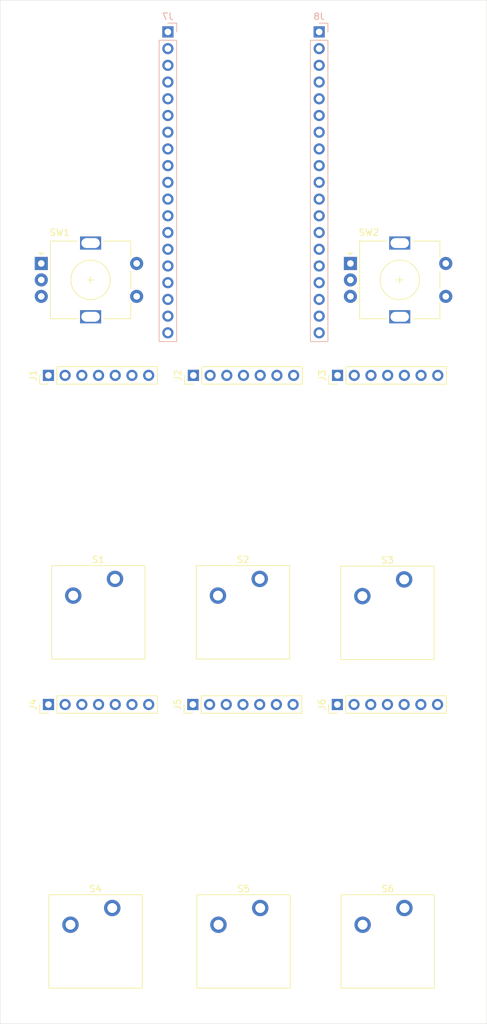
<source format=kicad_pcb>
(kicad_pcb (version 20241229) (generator "pcbnew") (generator_version "9.0")
  (layers (0 "F.Cu" signal) (2 "B.Cu" signal) (13 "F.Paste" user) (15 "B.Paste" user) (5 "F.SilkS" user "F.Silkscreen") (7 "B.SilkS" user "B.Silkscreen") (1 "F.Mask" user) (3 "B.Mask" user) (25 "Edge.Cuts" user))
  (net 0 "")
  (net 1 "Up1")
  (net 2 "Push1")
  (net 3 "Down1")
  (net 4 "GND")
  (net 5 "Down2")
  (net 6 "Up2")
  (net 7 "CS1")
  (net 8 "SCL")
  (net 9 "DC")
  (net 10 "VCC")
  (net 11 "SDA")
  (net 12 "RES")
  (net 13 "CS2")
  (net 14 "CS3")
  (net 15 "CS4")
  (net 16 "CS5")
  (net 17 "CS6")
  (net 32 "Key1")
  (net 33 "Key2")
  (net 34 "Key4")
  (net 35 "Key5")
  (net 36 "Key6")
  (net 37 "Key3")
  (net 38 "Push2")
  (footprint "ScottoKeebs_MX:MX_PCB_1.00u" (layer "F.Cu") (at 124 179)
    (property "Reference" "S5" (at 0 -8 0) (layer "F.SilkS"))
    (property "Value" "Keyswitch")
    (fp_line (start -7.1 -7.1) (end -7.1 7.1) (stroke (width 0.12)) (layer "F.SilkS"))
    (fp_line (start -7.1 7.1) (end 7.1 7.1) (stroke (width 0.12)) (layer "F.SilkS"))
    (fp_line (start 7.1 -7.1) (end -7.1 -7.1) (stroke (width 0.12)) (layer "F.SilkS"))
    (fp_line (start 7.1 7.1) (end 7.1 -7.1) (stroke (width 0.12)) (layer "F.SilkS"))
    (pad "" np_thru_hole circle (at -5.08 0) (size 1.75 1.75) (drill 1.75) (layers "*.Cu" "*.Mask"))
    (pad "" np_thru_hole circle (at 0 0) (size 4 4) (drill 4) (layers "*.Cu" "*.Mask"))
    (pad "" np_thru_hole circle (at 5.08 0) (size 1.75 1.75) (drill 1.75) (layers "*.Cu" "*.Mask"))
    (pad "1" thru_hole circle (at -3.81 -2.54) (size 2.5 2.5) (drill 1.5) (layers "*.Cu" "*.Mask") (net 35 "Key5"))
    (pad "2" thru_hole circle (at 2.54 -5.08) (size 2.5 2.5) (drill 1.5) (layers "*.Cu" "*.Mask") (net 4 "GND"))
  )
  (footprint "Connector_PinHeader_2.54mm:PinHeader_1x07_P2.54mm_Vertical" (layer "F.Cu") (at 138.26 143 90)
    (property "Reference" "J6" (at 0 -2.33 90) (layer "F.SilkS"))
    (property "Value" "Conn_01x07_Pin")
    (fp_line (start -1.33 -1.33) (end 0 -1.33) (stroke (width 0.12)) (layer "F.SilkS"))
    (fp_line (start -1.33 0) (end -1.33 -1.33) (stroke (width 0.12)) (layer "F.SilkS"))
    (fp_line (start 1.33 1.27) (end 1.33 16.57) (stroke (width 0.12)) (layer "F.SilkS"))
    (fp_line (start -1.33 1.27) (end 1.33 1.27) (stroke (width 0.12)) (layer "F.SilkS"))
    (fp_line (start -1.33 1.27) (end -1.33 16.57) (stroke (width 0.12)) (layer "F.SilkS"))
    (fp_line (start -1.33 16.57) (end 1.33 16.57) (stroke (width 0.12)) (layer "F.SilkS"))
    (pad "1" thru_hole rect (at 0 0 90) (size 1.7 1.7) (drill 1) (layers "*.Cu" "*.Mask") (net 4 "GND"))
    (pad "2" thru_hole oval (at 0 2.54 90) (size 1.7 1.7) (drill 1) (layers "*.Cu" "*.Mask") (net 10 "VCC"))
    (pad "3" thru_hole oval (at 0 5.08 90) (size 1.7 1.7) (drill 1) (layers "*.Cu" "*.Mask") (net 8 "SCL"))
    (pad "4" thru_hole oval (at 0 7.62 90) (size 1.7 1.7) (drill 1) (layers "*.Cu" "*.Mask") (net 11 "SDA"))
    (pad "5" thru_hole oval (at 0 10.16 90) (size 1.7 1.7) (drill 1) (layers "*.Cu" "*.Mask") (net 12 "RES"))
    (pad "6" thru_hole oval (at 0 12.7 90) (size 1.7 1.7) (drill 1) (layers "*.Cu" "*.Mask") (net 9 "DC"))
    (pad "7" thru_hole oval (at 0 15.24 90) (size 1.7 1.7) (drill 1) (layers "*.Cu" "*.Mask") (net 17 "CS6"))
  )
  (footprint "ScottoKeebs_MX:MX_PCB_1.00u" (layer "F.Cu") (at 101.5 179)
    (property "Reference" "S4" (at 0 -8 0) (layer "F.SilkS"))
    (property "Value" "Keyswitch")
    (fp_line (start -7.1 -7.1) (end -7.1 7.1) (stroke (width 0.12)) (layer "F.SilkS"))
    (fp_line (start -7.1 7.1) (end 7.1 7.1) (stroke (width 0.12)) (layer "F.SilkS"))
    (fp_line (start 7.1 -7.1) (end -7.1 -7.1) (stroke (width 0.12)) (layer "F.SilkS"))
    (fp_line (start 7.1 7.1) (end 7.1 -7.1) (stroke (width 0.12)) (layer "F.SilkS"))
    (pad "" np_thru_hole circle (at -5.08 0) (size 1.75 1.75) (drill 1.75) (layers "*.Cu" "*.Mask"))
    (pad "" np_thru_hole circle (at 0 0) (size 4 4) (drill 4) (layers "*.Cu" "*.Mask"))
    (pad "" np_thru_hole circle (at 5.08 0) (size 1.75 1.75) (drill 1.75) (layers "*.Cu" "*.Mask"))
    (pad "1" thru_hole circle (at -3.81 -2.54) (size 2.5 2.5) (drill 1.5) (layers "*.Cu" "*.Mask") (net 34 "Key4"))
    (pad "2" thru_hole circle (at 2.54 -5.08) (size 2.5 2.5) (drill 1.5) (layers "*.Cu" "*.Mask") (net 4 "GND"))
  )
  (footprint "ScottoKeebs_MX:MX_PCB_1.00u" (layer "F.Cu") (at 145.88 129.08)
    (property "Reference" "S3" (at 0 -8 0) (layer "F.SilkS"))
    (property "Value" "Keyswitch")
    (fp_line (start -7.1 -7.1) (end -7.1 7.1) (stroke (width 0.12)) (layer "F.SilkS"))
    (fp_line (start -7.1 7.1) (end 7.1 7.1) (stroke (width 0.12)) (layer "F.SilkS"))
    (fp_line (start 7.1 -7.1) (end -7.1 -7.1) (stroke (width 0.12)) (layer "F.SilkS"))
    (fp_line (start 7.1 7.1) (end 7.1 -7.1) (stroke (width 0.12)) (layer "F.SilkS"))
    (pad "" np_thru_hole circle (at -5.08 0) (size 1.75 1.75) (drill 1.75) (layers "*.Cu" "*.Mask"))
    (pad "" np_thru_hole circle (at 0 0) (size 4 4) (drill 4) (layers "*.Cu" "*.Mask"))
    (pad "" np_thru_hole circle (at 5.08 0) (size 1.75 1.75) (drill 1.75) (layers "*.Cu" "*.Mask"))
    (pad "1" thru_hole circle (at -3.81 -2.54) (size 2.5 2.5) (drill 1.5) (layers "*.Cu" "*.Mask") (net 37 "Key3"))
    (pad "2" thru_hole circle (at 2.54 -5.08) (size 2.5 2.5) (drill 1.5) (layers "*.Cu" "*.Mask") (net 4 "GND"))
  )
  (footprint "Connector_PinHeader_2.54mm:PinHeader_1x07_P2.54mm_Vertical" (layer "F.Cu") (at 116.375 93 90)
    (property "Reference" "J2" (at 0 -2.33 90) (layer "F.SilkS"))
    (property "Value" "Conn_01x07_Pin" (hide yes))
    (fp_line (start -1.33 -1.33) (end 0 -1.33) (stroke (width 0.12)) (layer "F.SilkS"))
    (fp_line (start -1.33 0) (end -1.33 -1.33) (stroke (width 0.12)) (layer "F.SilkS"))
    (fp_line (start 1.33 1.27) (end 1.33 16.57) (stroke (width 0.12)) (layer "F.SilkS"))
    (fp_line (start -1.33 1.27) (end 1.33 1.27) (stroke (width 0.12)) (layer "F.SilkS"))
    (fp_line (start -1.33 1.27) (end -1.33 16.57) (stroke (width 0.12)) (layer "F.SilkS"))
    (fp_line (start -1.33 16.57) (end 1.33 16.57) (stroke (width 0.12)) (layer "F.SilkS"))
    (pad "1" thru_hole rect (at 0 0 90) (size 1.7 1.7) (drill 1) (layers "*.Cu" "*.Mask") (net 4 "GND"))
    (pad "2" thru_hole oval (at 0 2.54 90) (size 1.7 1.7) (drill 1) (layers "*.Cu" "*.Mask") (net 10 "VCC"))
    (pad "3" thru_hole oval (at 0 5.08 90) (size 1.7 1.7) (drill 1) (layers "*.Cu" "*.Mask") (net 8 "SCL"))
    (pad "4" thru_hole oval (at 0 7.62 90) (size 1.7 1.7) (drill 1) (layers "*.Cu" "*.Mask") (net 11 "SDA"))
    (pad "5" thru_hole oval (at 0 10.16 90) (size 1.7 1.7) (drill 1) (layers "*.Cu" "*.Mask") (net 12 "RES"))
    (pad "6" thru_hole oval (at 0 12.7 90) (size 1.7 1.7) (drill 1) (layers "*.Cu" "*.Mask") (net 9 "DC"))
    (pad "7" thru_hole oval (at 0 15.24 90) (size 1.7 1.7) (drill 1) (layers "*.Cu" "*.Mask") (net 13 "CS2"))
  )
  (footprint "Connector_PinHeader_2.54mm:PinHeader_1x07_P2.54mm_Vertical" (layer "F.Cu") (at 94.34 143 90)
    (property "Reference" "J4" (at 0 -2.33 90) (layer "F.SilkS"))
    (property "Value" "Conn_01x07_Pin" (hide yes))
    (fp_line (start -1.33 -1.33) (end 0 -1.33) (stroke (width 0.12)) (layer "F.SilkS"))
    (fp_line (start -1.33 0) (end -1.33 -1.33) (stroke (width 0.12)) (layer "F.SilkS"))
    (fp_line (start 1.33 1.27) (end 1.33 16.57) (stroke (width 0.12)) (layer "F.SilkS"))
    (fp_line (start -1.33 1.27) (end 1.33 1.27) (stroke (width 0.12)) (layer "F.SilkS"))
    (fp_line (start -1.33 1.27) (end -1.33 16.57) (stroke (width 0.12)) (layer "F.SilkS"))
    (fp_line (start -1.33 16.57) (end 1.33 16.57) (stroke (width 0.12)) (layer "F.SilkS"))
    (pad "1" thru_hole rect (at 0 0 90) (size 1.7 1.7) (drill 1) (layers "*.Cu" "*.Mask") (net 4 "GND"))
    (pad "2" thru_hole oval (at 0 2.54 90) (size 1.7 1.7) (drill 1) (layers "*.Cu" "*.Mask") (net 10 "VCC"))
    (pad "3" thru_hole oval (at 0 5.08 90) (size 1.7 1.7) (drill 1) (layers "*.Cu" "*.Mask") (net 8 "SCL"))
    (pad "4" thru_hole oval (at 0 7.62 90) (size 1.7 1.7) (drill 1) (layers "*.Cu" "*.Mask") (net 11 "SDA"))
    (pad "5" thru_hole oval (at 0 10.16 90) (size 1.7 1.7) (drill 1) (layers "*.Cu" "*.Mask") (net 12 "RES"))
    (pad "6" thru_hole oval (at 0 12.7 90) (size 1.7 1.7) (drill 1) (layers "*.Cu" "*.Mask") (net 9 "DC"))
    (pad "7" thru_hole oval (at 0 15.24 90) (size 1.7 1.7) (drill 1) (layers "*.Cu" "*.Mask") (net 15 "CS4"))
  )
  (footprint "Connector_PinHeader_2.54mm:PinHeader_1x07_P2.54mm_Vertical" (layer "F.Cu") (at 94.335 93 90)
    (property "Reference" "J1" (at 0 -2.33 90) (layer "F.SilkS"))
    (property "Value" "Conn_01x07_Pin" (hide yes))
    (fp_line (start -1.33 -1.33) (end 0 -1.33) (stroke (width 0.12)) (layer "F.SilkS"))
    (fp_line (start -1.33 0) (end -1.33 -1.33) (stroke (width 0.12)) (layer "F.SilkS"))
    (fp_line (start 1.33 1.27) (end 1.33 16.57) (stroke (width 0.12)) (layer "F.SilkS"))
    (fp_line (start -1.33 1.27) (end 1.33 1.27) (stroke (width 0.12)) (layer "F.SilkS"))
    (fp_line (start -1.33 1.27) (end -1.33 16.57) (stroke (width 0.12)) (layer "F.SilkS"))
    (fp_line (start -1.33 16.57) (end 1.33 16.57) (stroke (width 0.12)) (layer "F.SilkS"))
    (pad "1" thru_hole rect (at 0 0 90) (size 1.7 1.7) (drill 1) (layers "*.Cu" "*.Mask") (net 4 "GND"))
    (pad "2" thru_hole oval (at 0 2.54 90) (size 1.7 1.7) (drill 1) (layers "*.Cu" "*.Mask") (net 10 "VCC"))
    (pad "3" thru_hole oval (at 0 5.08 90) (size 1.7 1.7) (drill 1) (layers "*.Cu" "*.Mask") (net 8 "SCL"))
    (pad "4" thru_hole oval (at 0 7.62 90) (size 1.7 1.7) (drill 1) (layers "*.Cu" "*.Mask") (net 11 "SDA"))
    (pad "5" thru_hole oval (at 0 10.16 90) (size 1.7 1.7) (drill 1) (layers "*.Cu" "*.Mask") (net 12 "RES"))
    (pad "6" thru_hole oval (at 0 12.7 90) (size 1.7 1.7) (drill 1) (layers "*.Cu" "*.Mask") (net 9 "DC"))
    (pad "7" thru_hole oval (at 0 15.24 90) (size 1.7 1.7) (drill 1) (layers "*.Cu" "*.Mask") (net 7 "CS1"))
  )
  (footprint "Connector_PinHeader_2.54mm:PinHeader_1x07_P2.54mm_Vertical" (layer "F.Cu") (at 116.295 143 90)
    (property "Reference" "J5" (at 0 -2.33 90) (layer "F.SilkS"))
    (property "Value" "Conn_01x07_Pin")
    (fp_line (start -1.33 -1.33) (end 0 -1.33) (stroke (width 0.12)) (layer "F.SilkS"))
    (fp_line (start -1.33 0) (end -1.33 -1.33) (stroke (width 0.12)) (layer "F.SilkS"))
    (fp_line (start 1.33 1.27) (end 1.33 16.57) (stroke (width 0.12)) (layer "F.SilkS"))
    (fp_line (start -1.33 1.27) (end 1.33 1.27) (stroke (width 0.12)) (layer "F.SilkS"))
    (fp_line (start -1.33 1.27) (end -1.33 16.57) (stroke (width 0.12)) (layer "F.SilkS"))
    (fp_line (start -1.33 16.57) (end 1.33 16.57) (stroke (width 0.12)) (layer "F.SilkS"))
    (pad "1" thru_hole rect (at 0 0 90) (size 1.7 1.7) (drill 1) (layers "*.Cu" "*.Mask") (net 4 "GND"))
    (pad "2" thru_hole oval (at 0 2.54 90) (size 1.7 1.7) (drill 1) (layers "*.Cu" "*.Mask") (net 10 "VCC"))
    (pad "3" thru_hole oval (at 0 5.08 90) (size 1.7 1.7) (drill 1) (layers "*.Cu" "*.Mask") (net 8 "SCL"))
    (pad "4" thru_hole oval (at 0 7.62 90) (size 1.7 1.7) (drill 1) (layers "*.Cu" "*.Mask") (net 11 "SDA"))
    (pad "5" thru_hole oval (at 0 10.16 90) (size 1.7 1.7) (drill 1) (layers "*.Cu" "*.Mask") (net 12 "RES"))
    (pad "6" thru_hole oval (at 0 12.7 90) (size 1.7 1.7) (drill 1) (layers "*.Cu" "*.Mask") (net 9 "DC"))
    (pad "7" thru_hole oval (at 0 15.24 90) (size 1.7 1.7) (drill 1) (layers "*.Cu" "*.Mask") (net 16 "CS5"))
  )
  (footprint "Rotary_Encoder:RotaryEncoder_Alps_EC11E-Switch_Vertical_H20mm" (layer "F.Cu") (at 140.25 76)
    (property "Reference" "SW2" (at 2.8 -4.7 0) (layer "F.SilkS"))
    (property "Value" "RotaryEncoder_Switch" (hide yes))
    (fp_line (start -0.3 -1.6) (end 0.3 -1.6) (stroke (width 0.12)) (layer "F.SilkS"))
    (fp_line (start 0 -1.3) (end -0.3 -1.6) (stroke (width 0.12)) (layer "F.SilkS"))
    (fp_line (start 0.3 -1.6) (end 0 -1.3) (stroke (width 0.12)) (layer "F.SilkS"))
    (fp_line (start 1.4 -3.4) (end 1.4 8.4) (stroke (width 0.12)) (layer "F.SilkS"))
    (fp_line (start 5.5 -3.4) (end 1.4 -3.4) (stroke (width 0.12)) (layer "F.SilkS"))
    (fp_line (start 5.5 8.4) (end 1.4 8.4) (stroke (width 0.12)) (layer "F.SilkS"))
    (fp_line (start 7 2.5) (end 8 2.5) (stroke (width 0.12)) (layer "F.SilkS"))
    (fp_line (start 7.5 2) (end 7.5 3) (stroke (width 0.12)) (layer "F.SilkS"))
    (fp_line (start 9.5 -3.4) (end 13.6 -3.4) (stroke (width 0.12)) (layer "F.SilkS"))
    (fp_line (start 13.6 -3.4) (end 13.6 -1) (stroke (width 0.12)) (layer "F.SilkS"))
    (fp_line (start 13.6 1.2) (end 13.6 3.8) (stroke (width 0.12)) (layer "F.SilkS"))
    (fp_line (start 13.6 6) (end 13.6 8.4) (stroke (width 0.12)) (layer "F.SilkS"))
    (fp_line (start 13.6 8.4) (end 9.5 8.4) (stroke (width 0.12)) (layer "F.SilkS"))
    (fp_circle (center 7.5 2.5) (end 10.5 2.5) (stroke (width 0.12)) (fill no) (layer "F.SilkS"))
    (pad "A" thru_hole rect (at 0 0) (size 2 2) (drill 1) (layers "*.Cu" "*.Mask") (net 6 "Up2"))
    (pad "B" thru_hole circle (at 0 5) (size 2 2) (drill 1) (layers "*.Cu" "*.Mask") (net 5 "Down2"))
    (pad "C" thru_hole circle (at 0 2.5) (size 2 2) (drill 1) (layers "*.Cu" "*.Mask") (net 4 "GND"))
    (pad "MP" thru_hole rect (at 7.5 -3.1) (size 3.2 2) (drill oval 2.8 1.5) (layers "*.Cu" "*.Mask"))
    (pad "MP" thru_hole rect (at 7.5 8.1) (size 3.2 2) (drill oval 2.8 1.5) (layers "*.Cu" "*.Mask"))
    (pad "S1" thru_hole circle (at 14.5 5) (size 2 2) (drill 1) (layers "*.Cu" "*.Mask") (net 4 "GND"))
    (pad "S2" thru_hole circle (at 14.5 0) (size 2 2) (drill 1) (layers "*.Cu" "*.Mask") (net 38 "Push2"))
  )
  (footprint "ScottoKeebs_MX:MX_PCB_1.00u" (layer "F.Cu") (at 101.92 129)
    (property "Reference" "S1" (at 0 -8 0) (layer "F.SilkS"))
    (property "Value" "Keyswitch")
    (fp_line (start -7.1 -7.1) (end -7.1 7.1) (stroke (width 0.12)) (layer "F.SilkS"))
    (fp_line (start -7.1 7.1) (end 7.1 7.1) (stroke (width 0.12)) (layer "F.SilkS"))
    (fp_line (start 7.1 -7.1) (end -7.1 -7.1) (stroke (width 0.12)) (layer "F.SilkS"))
    (fp_line (start 7.1 7.1) (end 7.1 -7.1) (stroke (width 0.12)) (layer "F.SilkS"))
    (pad "" np_thru_hole circle (at -5.08 0) (size 1.75 1.75) (drill 1.75) (layers "*.Cu" "*.Mask"))
    (pad "" np_thru_hole circle (at 0 0) (size 4 4) (drill 4) (layers "*.Cu" "*.Mask"))
    (pad "" np_thru_hole circle (at 5.08 0) (size 1.75 1.75) (drill 1.75) (layers "*.Cu" "*.Mask"))
    (pad "1" thru_hole circle (at -3.81 -2.54) (size 2.5 2.5) (drill 1.5) (layers "*.Cu" "*.Mask") (net 32 "Key1"))
    (pad "2" thru_hole circle (at 2.54 -5.08) (size 2.5 2.5) (drill 1.5) (layers "*.Cu" "*.Mask") (net 4 "GND"))
  )
  (footprint "Rotary_Encoder:RotaryEncoder_Alps_EC11E-Switch_Vertical_H20mm" (layer "F.Cu") (at 93.25 76)
    (property "Reference" "SW1" (at 2.8 -4.7 0) (layer "F.SilkS"))
    (property "Value" "RotaryEncoder_Switch" (hide yes))
    (fp_line (start -0.3 -1.6) (end 0.3 -1.6) (stroke (width 0.12)) (layer "F.SilkS"))
    (fp_line (start 0 -1.3) (end -0.3 -1.6) (stroke (width 0.12)) (layer "F.SilkS"))
    (fp_line (start 0.3 -1.6) (end 0 -1.3) (stroke (width 0.12)) (layer "F.SilkS"))
    (fp_line (start 1.4 -3.4) (end 1.4 8.4) (stroke (width 0.12)) (layer "F.SilkS"))
    (fp_line (start 5.5 -3.4) (end 1.4 -3.4) (stroke (width 0.12)) (layer "F.SilkS"))
    (fp_line (start 5.5 8.4) (end 1.4 8.4) (stroke (width 0.12)) (layer "F.SilkS"))
    (fp_line (start 7 2.5) (end 8 2.5) (stroke (width 0.12)) (layer "F.SilkS"))
    (fp_line (start 7.5 2) (end 7.5 3) (stroke (width 0.12)) (layer "F.SilkS"))
    (fp_line (start 9.5 -3.4) (end 13.6 -3.4) (stroke (width 0.12)) (layer "F.SilkS"))
    (fp_line (start 13.6 -3.4) (end 13.6 -1) (stroke (width 0.12)) (layer "F.SilkS"))
    (fp_line (start 13.6 1.2) (end 13.6 3.8) (stroke (width 0.12)) (layer "F.SilkS"))
    (fp_line (start 13.6 6) (end 13.6 8.4) (stroke (width 0.12)) (layer "F.SilkS"))
    (fp_line (start 13.6 8.4) (end 9.5 8.4) (stroke (width 0.12)) (layer "F.SilkS"))
    (fp_circle (center 7.5 2.5) (end 10.5 2.5) (stroke (width 0.12)) (fill no) (layer "F.SilkS"))
    (pad "A" thru_hole rect (at 0 0) (size 2 2) (drill 1) (layers "*.Cu" "*.Mask") (net 1 "Up1"))
    (pad "B" thru_hole circle (at 0 5) (size 2 2) (drill 1) (layers "*.Cu" "*.Mask") (net 3 "Down1"))
    (pad "C" thru_hole circle (at 0 2.5) (size 2 2) (drill 1) (layers "*.Cu" "*.Mask") (net 4 "GND"))
    (pad "MP" thru_hole rect (at 7.5 -3.1) (size 3.2 2) (drill oval 2.8 1.5) (layers "*.Cu" "*.Mask"))
    (pad "MP" thru_hole rect (at 7.5 8.1) (size 3.2 2) (drill oval 2.8 1.5) (layers "*.Cu" "*.Mask"))
    (pad "S1" thru_hole circle (at 14.5 5) (size 2 2) (drill 1) (layers "*.Cu" "*.Mask") (net 4 "GND"))
    (pad "S2" thru_hole circle (at 14.5 0) (size 2 2) (drill 1) (layers "*.Cu" "*.Mask") (net 2 "Push1"))
  )
  (footprint "ScottoKeebs_MX:MX_PCB_1.00u" (layer "F.Cu") (at 123.92 129)
    (property "Reference" "S2" (at 0 -8 0) (layer "F.SilkS"))
    (property "Value" "Keyswitch")
    (fp_line (start -7.1 -7.1) (end -7.1 7.1) (stroke (width 0.12)) (layer "F.SilkS"))
    (fp_line (start -7.1 7.1) (end 7.1 7.1) (stroke (width 0.12)) (layer "F.SilkS"))
    (fp_line (start 7.1 -7.1) (end -7.1 -7.1) (stroke (width 0.12)) (layer "F.SilkS"))
    (fp_line (start 7.1 7.1) (end 7.1 -7.1) (stroke (width 0.12)) (layer "F.SilkS"))
    (pad "" np_thru_hole circle (at -5.08 0) (size 1.75 1.75) (drill 1.75) (layers "*.Cu" "*.Mask"))
    (pad "" np_thru_hole circle (at 0 0) (size 4 4) (drill 4) (layers "*.Cu" "*.Mask"))
    (pad "" np_thru_hole circle (at 5.08 0) (size 1.75 1.75) (drill 1.75) (layers "*.Cu" "*.Mask"))
    (pad "1" thru_hole circle (at -3.81 -2.54) (size 2.5 2.5) (drill 1.5) (layers "*.Cu" "*.Mask") (net 33 "Key2"))
    (pad "2" thru_hole circle (at 2.54 -5.08) (size 2.5 2.5) (drill 1.5) (layers "*.Cu" "*.Mask") (net 4 "GND"))
  )
  (footprint "ScottoKeebs_MX:MX_PCB_1.00u" (layer "F.Cu") (at 145.92 179)
    (property "Reference" "S6" (at 0 -8 0) (layer "F.SilkS"))
    (property "Value" "Keyswitch")
    (fp_line (start -7.1 -7.1) (end -7.1 7.1) (stroke (width 0.12)) (layer "F.SilkS"))
    (fp_line (start -7.1 7.1) (end 7.1 7.1) (stroke (width 0.12)) (layer "F.SilkS"))
    (fp_line (start 7.1 -7.1) (end -7.1 -7.1) (stroke (width 0.12)) (layer "F.SilkS"))
    (fp_line (start 7.1 7.1) (end 7.1 -7.1) (stroke (width 0.12)) (layer "F.SilkS"))
    (pad "" np_thru_hole circle (at -5.08 0) (size 1.75 1.75) (drill 1.75) (layers "*.Cu" "*.Mask"))
    (pad "" np_thru_hole circle (at 0 0) (size 4 4) (drill 4) (layers "*.Cu" "*.Mask"))
    (pad "" np_thru_hole circle (at 5.08 0) (size 1.75 1.75) (drill 1.75) (layers "*.Cu" "*.Mask"))
    (pad "1" thru_hole circle (at -3.81 -2.54) (size 2.5 2.5) (drill 1.5) (layers "*.Cu" "*.Mask") (net 36 "Key6"))
    (pad "2" thru_hole circle (at 2.54 -5.08) (size 2.5 2.5) (drill 1.5) (layers "*.Cu" "*.Mask") (net 4 "GND"))
  )
  (footprint "Connector_PinHeader_2.54mm:PinHeader_1x07_P2.54mm_Vertical" (layer "F.Cu") (at 138.295 93 90)
    (property "Reference" "J3" (at 0 -2.33 90) (layer "F.SilkS"))
    (property "Value" "Conn_01x07_Pin" (hide yes))
    (fp_line (start -1.33 -1.33) (end 0 -1.33) (stroke (width 0.12)) (layer "F.SilkS"))
    (fp_line (start -1.33 0) (end -1.33 -1.33) (stroke (width 0.12)) (layer "F.SilkS"))
    (fp_line (start 1.33 1.27) (end 1.33 16.57) (stroke (width 0.12)) (layer "F.SilkS"))
    (fp_line (start -1.33 1.27) (end 1.33 1.27) (stroke (width 0.12)) (layer "F.SilkS"))
    (fp_line (start -1.33 1.27) (end -1.33 16.57) (stroke (width 0.12)) (layer "F.SilkS"))
    (fp_line (start -1.33 16.57) (end 1.33 16.57) (stroke (width 0.12)) (layer "F.SilkS"))
    (pad "1" thru_hole rect (at 0 0 90) (size 1.7 1.7) (drill 1) (layers "*.Cu" "*.Mask") (net 4 "GND"))
    (pad "2" thru_hole oval (at 0 2.54 90) (size 1.7 1.7) (drill 1) (layers "*.Cu" "*.Mask") (net 10 "VCC"))
    (pad "3" thru_hole oval (at 0 5.08 90) (size 1.7 1.7) (drill 1) (layers "*.Cu" "*.Mask") (net 8 "SCL"))
    (pad "4" thru_hole oval (at 0 7.62 90) (size 1.7 1.7) (drill 1) (layers "*.Cu" "*.Mask") (net 11 "SDA"))
    (pad "5" thru_hole oval (at 0 10.16 90) (size 1.7 1.7) (drill 1) (layers "*.Cu" "*.Mask") (net 12 "RES"))
    (pad "6" thru_hole oval (at 0 12.7 90) (size 1.7 1.7) (drill 1) (layers "*.Cu" "*.Mask") (net 9 "DC"))
    (pad "7" thru_hole oval (at 0 15.24 90) (size 1.7 1.7) (drill 1) (layers "*.Cu" "*.Mask") (net 14 "CS3"))
  )
  (footprint "Connector_PinHeader_2.54mm:PinHeader_1x19_P2.54mm_Vertical" (layer "B.Cu") (at 112.5 40.82 180)
    (property "Reference" "J7" (at 0 2.33 0) (layer "B.SilkS") (effects (justify mirror)))
    (property "Value" "Conn_01x19_MountingPin" (hide yes))
    (fp_line (start 1.33 -1.27) (end 1.33 -47.05) (stroke (width 0.12)) (layer "B.SilkS"))
    (fp_line (start -1.33 1.33) (end 0 1.33) (stroke (width 0.12)) (layer "B.SilkS"))
    (fp_line (start -1.33 0) (end -1.33 1.33) (stroke (width 0.12)) (layer "B.SilkS"))
    (fp_line (start -1.33 -1.27) (end 1.33 -1.27) (stroke (width 0.12)) (layer "B.SilkS"))
    (fp_line (start -1.33 -1.27) (end -1.33 -47.05) (stroke (width 0.12)) (layer "B.SilkS"))
    (fp_line (start -1.33 -47.05) (end 1.33 -47.05) (stroke (width 0.12)) (layer "B.SilkS"))
    (pad "1" thru_hole rect (at 0 0 180) (size 1.7 1.7) (drill 1) (layers "*.Cu" "*.Mask"))
    (pad "2" thru_hole oval (at 0 -2.54 180) (size 1.7 1.7) (drill 1) (layers "*.Cu" "*.Mask"))
    (pad "3" thru_hole oval (at 0 -5.08 180) (size 1.7 1.7) (drill 1) (layers "*.Cu" "*.Mask"))
    (pad "4" thru_hole oval (at 0 -7.62 180) (size 1.7 1.7) (drill 1) (layers "*.Cu" "*.Mask"))
    (pad "5" thru_hole oval (at 0 -10.16 180) (size 1.7 1.7) (drill 1) (layers "*.Cu" "*.Mask"))
    (pad "6" thru_hole oval (at 0 -12.7 180) (size 1.7 1.7) (drill 1) (layers "*.Cu" "*.Mask"))
    (pad "7" thru_hole oval (at 0 -15.24 180) (size 1.7 1.7) (drill 1) (layers "*.Cu" "*.Mask") (net 32 "Key1"))
    (pad "8" thru_hole oval (at 0 -17.78 180) (size 1.7 1.7) (drill 1) (layers "*.Cu" "*.Mask") (net 17 "CS6"))
    (pad "9" thru_hole oval (at 0 -20.32 180) (size 1.7 1.7) (drill 1) (layers "*.Cu" "*.Mask") (net 16 "CS5"))
    (pad "10" thru_hole oval (at 0 -22.86 180) (size 1.7 1.7) (drill 1) (layers "*.Cu" "*.Mask") (net 38 "Push2"))
    (pad "11" thru_hole oval (at 0 -25.4 180) (size 1.7 1.7) (drill 1) (layers "*.Cu" "*.Mask") (net 6 "Up2"))
    (pad "12" thru_hole oval (at 0 -27.94 180) (size 1.7 1.7) (drill 1) (layers "*.Cu" "*.Mask") (net 15 "CS4"))
    (pad "13" thru_hole oval (at 0 -30.48 180) (size 1.7 1.7) (drill 1) (layers "*.Cu" "*.Mask") (net 14 "CS3"))
    (pad "14" thru_hole oval (at 0 -33.02 180) (size 1.7 1.7) (drill 1) (layers "*.Cu" "*.Mask") (net 37 "Key3"))
    (pad "15" thru_hole oval (at 0 -35.56 180) (size 1.7 1.7) (drill 1) (layers "*.Cu" "*.Mask") (net 36 "Key6"))
    (pad "16" thru_hole oval (at 0 -38.1 180) (size 1.7 1.7) (drill 1) (layers "*.Cu" "*.Mask") (net 35 "Key5"))
    (pad "17" thru_hole oval (at 0 -40.64 180) (size 1.7 1.7) (drill 1) (layers "*.Cu" "*.Mask") (net 34 "Key4"))
    (pad "18" thru_hole oval (at 0 -43.18 180) (size 1.7 1.7) (drill 1) (layers "*.Cu" "*.Mask"))
    (pad "19" thru_hole oval (at 0 -45.72 180) (size 1.7 1.7) (drill 1) (layers "*.Cu" "*.Mask") (net 10 "VCC"))
  )
  (footprint "Connector_PinHeader_2.54mm:PinHeader_1x19_P2.54mm_Vertical" (layer "B.Cu") (at 135.5 40.82 180)
    (property "Reference" "J8" (at 0 2.33 0) (layer "B.SilkS") (effects (justify mirror)))
    (property "Value" "Conn_01x19_MountingPin" (hide yes))
    (fp_line (start 1.33 -1.27) (end 1.33 -47.05) (stroke (width 0.12)) (layer "B.SilkS"))
    (fp_line (start -1.33 1.33) (end 0 1.33) (stroke (width 0.12)) (layer "B.SilkS"))
    (fp_line (start -1.33 0) (end -1.33 1.33) (stroke (width 0.12)) (layer "B.SilkS"))
    (fp_line (start -1.33 -1.27) (end 1.33 -1.27) (stroke (width 0.12)) (layer "B.SilkS"))
    (fp_line (start -1.33 -1.27) (end -1.33 -47.05) (stroke (width 0.12)) (layer "B.SilkS"))
    (fp_line (start -1.33 -47.05) (end 1.33 -47.05) (stroke (width 0.12)) (layer "B.SilkS"))
    (pad "1" thru_hole rect (at 0 0 180) (size 1.7 1.7) (drill 1) (layers "*.Cu" "*.Mask"))
    (pad "2" thru_hole oval (at 0 -2.54 180) (size 1.7 1.7) (drill 1) (layers "*.Cu" "*.Mask"))
    (pad "3" thru_hole oval (at 0 -5.08 180) (size 1.7 1.7) (drill 1) (layers "*.Cu" "*.Mask"))
    (pad "4" thru_hole oval (at 0 -7.62 180) (size 1.7 1.7) (drill 1) (layers "*.Cu" "*.Mask") (net 7 "CS1"))
    (pad "5" thru_hole oval (at 0 -10.16 180) (size 1.7 1.7) (drill 1) (layers "*.Cu" "*.Mask") (net 9 "DC"))
    (pad "6" thru_hole oval (at 0 -12.7 180) (size 1.7 1.7) (drill 1) (layers "*.Cu" "*.Mask"))
    (pad "7" thru_hole oval (at 0 -15.24 180) (size 1.7 1.7) (drill 1) (layers "*.Cu" "*.Mask") (net 12 "RES"))
    (pad "8" thru_hole oval (at 0 -17.78 180) (size 1.7 1.7) (drill 1) (layers "*.Cu" "*.Mask") (net 5 "Down2"))
    (pad "9" thru_hole oval (at 0 -20.32 180) (size 1.7 1.7) (drill 1) (layers "*.Cu" "*.Mask") (net 1 "Up1"))
    (pad "10" thru_hole oval (at 0 -22.86 180) (size 1.7 1.7) (drill 1) (layers "*.Cu" "*.Mask") (net 13 "CS2"))
    (pad "11" thru_hole oval (at 0 -25.4 180) (size 1.7 1.7) (drill 1) (layers "*.Cu" "*.Mask") (net 8 "SCL"))
    (pad "12" thru_hole oval (at 0 -27.94 180) (size 1.7 1.7) (drill 1) (layers "*.Cu" "*.Mask") (net 33 "Key2"))
    (pad "13" thru_hole oval (at 0 -30.48 180) (size 1.7 1.7) (drill 1) (layers "*.Cu" "*.Mask"))
    (pad "14" thru_hole oval (at 0 -33.02 180) (size 1.7 1.7) (drill 1) (layers "*.Cu" "*.Mask") (net 2 "Push1"))
    (pad "15" thru_hole oval (at 0 -35.56 180) (size 1.7 1.7) (drill 1) (layers "*.Cu" "*.Mask"))
    (pad "16" thru_hole oval (at 0 -38.1 180) (size 1.7 1.7) (drill 1) (layers "*.Cu" "*.Mask"))
    (pad "17" thru_hole oval (at 0 -40.64 180) (size 1.7 1.7) (drill 1) (layers "*.Cu" "*.Mask") (net 3 "Down1"))
    (pad "18" thru_hole oval (at 0 -43.18 180) (size 1.7 1.7) (drill 1) (layers "*.Cu" "*.Mask") (net 11 "SDA"))
    (pad "19" thru_hole oval (at 0 -45.72 180) (size 1.7 1.7) (drill 1) (layers "*.Cu" "*.Mask") (net 4 "GND"))
  )
  (gr_rect (start 87 36) (end 161 191.5) (stroke (width 0.05)) (fill no) (layer "Edge.Cuts"))
)
</source>
